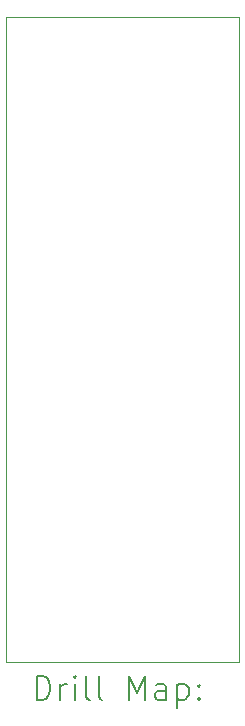
<source format=gbr>
%TF.GenerationSoftware,KiCad,Pcbnew,7.0.5-7.0.5~ubuntu23.04.1*%
%TF.CreationDate,2023-06-22T20:58:57+02:00*%
%TF.ProjectId,olimex-ice40-pi-header,6f6c696d-6578-42d6-9963-6534302d7069,rev?*%
%TF.SameCoordinates,Original*%
%TF.FileFunction,Drillmap*%
%TF.FilePolarity,Positive*%
%FSLAX45Y45*%
G04 Gerber Fmt 4.5, Leading zero omitted, Abs format (unit mm)*
G04 Created by KiCad (PCBNEW 7.0.5-7.0.5~ubuntu23.04.1) date 2023-06-22 20:58:57*
%MOMM*%
%LPD*%
G01*
G04 APERTURE LIST*
%ADD10C,0.100000*%
%ADD11C,0.200000*%
G04 APERTURE END LIST*
D10*
X13081000Y-7048500D02*
X15049500Y-7048500D01*
X15049500Y-12509500D01*
X13081000Y-12509500D01*
X13081000Y-7048500D01*
D11*
X13336777Y-12825984D02*
X13336777Y-12625984D01*
X13336777Y-12625984D02*
X13384396Y-12625984D01*
X13384396Y-12625984D02*
X13412967Y-12635508D01*
X13412967Y-12635508D02*
X13432015Y-12654555D01*
X13432015Y-12654555D02*
X13441539Y-12673603D01*
X13441539Y-12673603D02*
X13451062Y-12711698D01*
X13451062Y-12711698D02*
X13451062Y-12740269D01*
X13451062Y-12740269D02*
X13441539Y-12778365D01*
X13441539Y-12778365D02*
X13432015Y-12797412D01*
X13432015Y-12797412D02*
X13412967Y-12816460D01*
X13412967Y-12816460D02*
X13384396Y-12825984D01*
X13384396Y-12825984D02*
X13336777Y-12825984D01*
X13536777Y-12825984D02*
X13536777Y-12692650D01*
X13536777Y-12730746D02*
X13546301Y-12711698D01*
X13546301Y-12711698D02*
X13555824Y-12702174D01*
X13555824Y-12702174D02*
X13574872Y-12692650D01*
X13574872Y-12692650D02*
X13593920Y-12692650D01*
X13660586Y-12825984D02*
X13660586Y-12692650D01*
X13660586Y-12625984D02*
X13651062Y-12635508D01*
X13651062Y-12635508D02*
X13660586Y-12645031D01*
X13660586Y-12645031D02*
X13670110Y-12635508D01*
X13670110Y-12635508D02*
X13660586Y-12625984D01*
X13660586Y-12625984D02*
X13660586Y-12645031D01*
X13784396Y-12825984D02*
X13765348Y-12816460D01*
X13765348Y-12816460D02*
X13755824Y-12797412D01*
X13755824Y-12797412D02*
X13755824Y-12625984D01*
X13889158Y-12825984D02*
X13870110Y-12816460D01*
X13870110Y-12816460D02*
X13860586Y-12797412D01*
X13860586Y-12797412D02*
X13860586Y-12625984D01*
X14117729Y-12825984D02*
X14117729Y-12625984D01*
X14117729Y-12625984D02*
X14184396Y-12768841D01*
X14184396Y-12768841D02*
X14251062Y-12625984D01*
X14251062Y-12625984D02*
X14251062Y-12825984D01*
X14432015Y-12825984D02*
X14432015Y-12721222D01*
X14432015Y-12721222D02*
X14422491Y-12702174D01*
X14422491Y-12702174D02*
X14403443Y-12692650D01*
X14403443Y-12692650D02*
X14365348Y-12692650D01*
X14365348Y-12692650D02*
X14346301Y-12702174D01*
X14432015Y-12816460D02*
X14412967Y-12825984D01*
X14412967Y-12825984D02*
X14365348Y-12825984D01*
X14365348Y-12825984D02*
X14346301Y-12816460D01*
X14346301Y-12816460D02*
X14336777Y-12797412D01*
X14336777Y-12797412D02*
X14336777Y-12778365D01*
X14336777Y-12778365D02*
X14346301Y-12759317D01*
X14346301Y-12759317D02*
X14365348Y-12749793D01*
X14365348Y-12749793D02*
X14412967Y-12749793D01*
X14412967Y-12749793D02*
X14432015Y-12740269D01*
X14527253Y-12692650D02*
X14527253Y-12892650D01*
X14527253Y-12702174D02*
X14546301Y-12692650D01*
X14546301Y-12692650D02*
X14584396Y-12692650D01*
X14584396Y-12692650D02*
X14603443Y-12702174D01*
X14603443Y-12702174D02*
X14612967Y-12711698D01*
X14612967Y-12711698D02*
X14622491Y-12730746D01*
X14622491Y-12730746D02*
X14622491Y-12787888D01*
X14622491Y-12787888D02*
X14612967Y-12806936D01*
X14612967Y-12806936D02*
X14603443Y-12816460D01*
X14603443Y-12816460D02*
X14584396Y-12825984D01*
X14584396Y-12825984D02*
X14546301Y-12825984D01*
X14546301Y-12825984D02*
X14527253Y-12816460D01*
X14708205Y-12806936D02*
X14717729Y-12816460D01*
X14717729Y-12816460D02*
X14708205Y-12825984D01*
X14708205Y-12825984D02*
X14698682Y-12816460D01*
X14698682Y-12816460D02*
X14708205Y-12806936D01*
X14708205Y-12806936D02*
X14708205Y-12825984D01*
X14708205Y-12702174D02*
X14717729Y-12711698D01*
X14717729Y-12711698D02*
X14708205Y-12721222D01*
X14708205Y-12721222D02*
X14698682Y-12711698D01*
X14698682Y-12711698D02*
X14708205Y-12702174D01*
X14708205Y-12702174D02*
X14708205Y-12721222D01*
M02*

</source>
